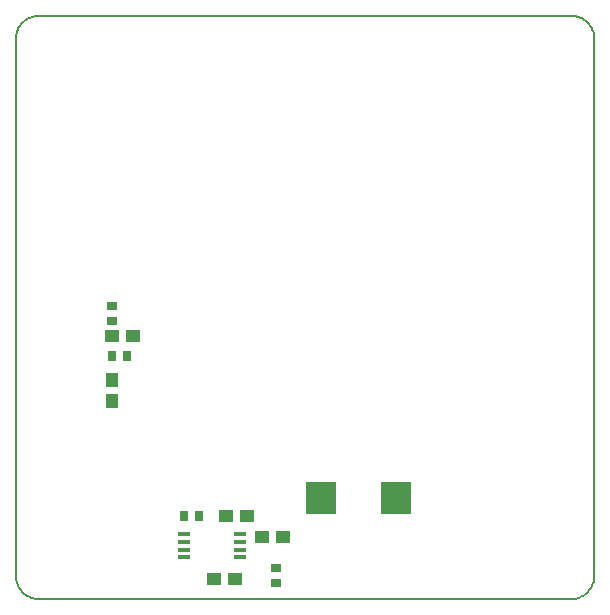
<source format=gtp>
G75*
G70*
%OFA0B0*%
%FSLAX24Y24*%
%IPPOS*%
%LPD*%
%AMOC8*
5,1,8,0,0,1.08239X$1,22.5*
%
%ADD10C,0.0079*%
%ADD11R,0.0402X0.0161*%
%ADD12R,0.0354X0.0276*%
%ADD13R,0.0450X0.0400*%
%ADD14R,0.0276X0.0354*%
%ADD15R,0.0400X0.0450*%
%ADD16R,0.1004X0.1063*%
D10*
X000937Y000198D02*
X018654Y000198D01*
X018654Y000199D02*
X018708Y000201D01*
X018761Y000206D01*
X018814Y000215D01*
X018866Y000228D01*
X018918Y000244D01*
X018968Y000264D01*
X019016Y000287D01*
X019063Y000314D01*
X019108Y000343D01*
X019151Y000376D01*
X019191Y000411D01*
X019229Y000449D01*
X019264Y000489D01*
X019297Y000532D01*
X019326Y000577D01*
X019353Y000624D01*
X019376Y000672D01*
X019396Y000722D01*
X019412Y000774D01*
X019425Y000826D01*
X019434Y000879D01*
X019439Y000932D01*
X019441Y000986D01*
X019441Y018860D01*
X019439Y018914D01*
X019434Y018967D01*
X019425Y019020D01*
X019412Y019072D01*
X019396Y019124D01*
X019376Y019174D01*
X019353Y019222D01*
X019326Y019269D01*
X019297Y019314D01*
X019264Y019357D01*
X019229Y019397D01*
X019191Y019435D01*
X019151Y019470D01*
X019108Y019503D01*
X019063Y019532D01*
X019016Y019559D01*
X018968Y019582D01*
X018918Y019602D01*
X018866Y019618D01*
X018814Y019631D01*
X018761Y019640D01*
X018708Y019645D01*
X018654Y019647D01*
X000937Y019647D01*
X000883Y019645D01*
X000830Y019640D01*
X000777Y019631D01*
X000725Y019618D01*
X000673Y019602D01*
X000623Y019582D01*
X000575Y019559D01*
X000528Y019532D01*
X000483Y019503D01*
X000440Y019470D01*
X000400Y019435D01*
X000362Y019397D01*
X000327Y019357D01*
X000294Y019314D01*
X000265Y019269D01*
X000238Y019222D01*
X000215Y019174D01*
X000195Y019124D01*
X000179Y019072D01*
X000166Y019020D01*
X000157Y018967D01*
X000152Y018914D01*
X000150Y018860D01*
X000150Y000986D01*
X000152Y000932D01*
X000157Y000879D01*
X000166Y000826D01*
X000179Y000774D01*
X000195Y000722D01*
X000215Y000672D01*
X000238Y000624D01*
X000265Y000577D01*
X000294Y000532D01*
X000327Y000489D01*
X000362Y000449D01*
X000400Y000411D01*
X000440Y000376D01*
X000483Y000343D01*
X000528Y000314D01*
X000575Y000287D01*
X000623Y000264D01*
X000673Y000244D01*
X000725Y000228D01*
X000777Y000215D01*
X000830Y000206D01*
X000883Y000201D01*
X000937Y000199D01*
D11*
X005745Y001589D03*
X005745Y001845D03*
X005745Y002101D03*
X005745Y002357D03*
X007635Y002357D03*
X007635Y002101D03*
X007635Y001845D03*
X007635Y001589D03*
D12*
X008812Y001239D03*
X008812Y000728D03*
X003347Y009459D03*
X003347Y009971D03*
D13*
X003350Y008955D03*
X004050Y008955D03*
X007162Y002983D03*
X007862Y002983D03*
X008362Y002283D03*
X009062Y002283D03*
X007462Y000883D03*
X006762Y000883D03*
D14*
X006268Y002983D03*
X005756Y002983D03*
X003856Y008305D03*
X003344Y008305D03*
D15*
X003356Y007498D03*
X003356Y006798D03*
D16*
X010320Y003557D03*
X012820Y003557D03*
M02*

</source>
